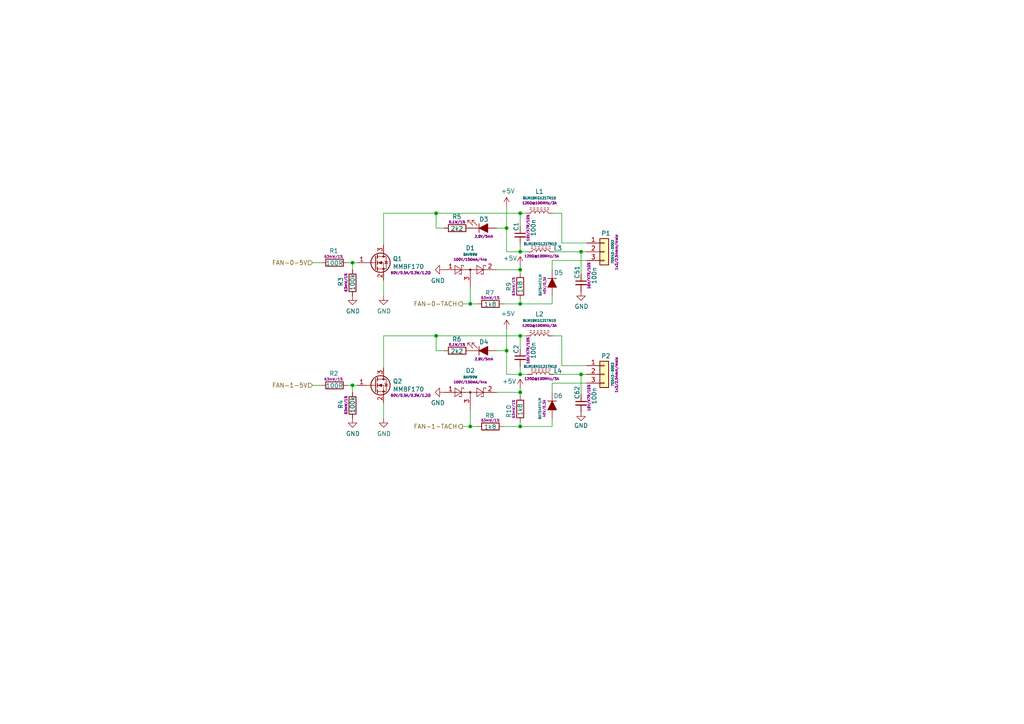
<source format=kicad_sch>
(kicad_sch (version 20211123) (generator eeschema)
  (paper "A4")
  (title_block (title "Buddy") (date "2019-10-24") (rev "v1.0.0") (company "PRUSA Research s.r.o.") (comment 1 "http://creativecommons.org/licenses/by-sa/4.0/") (comment 2 "Licensed under the Attribution-ShareAlike 4.0 International (CC BY-SA 4.0)"))
  (lib_symbols
    (symbol "BUDDY_v1.0.0-rescue:D_ALT-Device" (pin_numbers hide) (pin_names (offset 1.016) hide)
      (property "Reference" "D" (at 0 2.54 0))
      (property "Value" "D_ALT-Device" (at 0 -2.54 0))
      (symbol "D_ALT-Device_0_1"
        (polyline (pts (xy -1.27 1.27) (xy -1.27 -1.27)) (stroke (width 0.2032)))
        (polyline (pts (xy 1.27 0) (xy -1.27 0)))
        (polyline (pts (xy 1.27 1.27) (xy 1.27 -1.27) (xy -1.27 0) (xy 1.27 1.27)) (stroke (width 0.2032)) (fill (type outline)))
      )
      (symbol "D_ALT-Device_1_1"
        (pin passive line (at -3.81 0 0) (length 2.54) (name "K") (number "1"))
        (pin passive line (at 3.81 0 180) (length 2.54) (name "A") (number "2"))
      )
    )
    (symbol "BUDDY_v1.0.0-rescue:LED_ALT-Device" (pin_numbers hide) (pin_names (offset 1.016) hide)
      (property "Reference" "D" (at 0 2.54 0))
      (property "Value" "LED_ALT-Device" (at 0 -2.54 0))
      (symbol "LED_ALT-Device_0_1"
        (polyline (pts (xy -1.27 -1.27) (xy -1.27 1.27)) (stroke (width 0.2032)))
        (polyline (pts (xy -1.27 0) (xy 1.27 0)))
        (polyline (pts (xy 1.27 -1.27) (xy 1.27 1.27) (xy -1.27 0) (xy 1.27 -1.27)) (stroke (width 0.2032)) (fill (type outline)))
        (polyline (pts (xy -3.048 -0.762) (xy -4.572 -2.286) (xy -3.81 -2.286) (xy -4.572 -2.286) (xy -4.572 -1.524)))
        (polyline (pts (xy -1.778 -0.762) (xy -3.302 -2.286) (xy -2.54 -2.286) (xy -3.302 -2.286) (xy -3.302 -1.524)))
      )
      (symbol "LED_ALT-Device_1_1"
        (pin passive line (at -3.81 0 0) (length 2.54) (name "K") (number "1"))
        (pin passive line (at 3.81 0 180) (length 2.54) (name "A") (number "2"))
      )
    )
    (symbol "BUDDY_v1.0.0-rescue:L_Core_Ferrite-Device" (pin_numbers hide) (pin_names (offset 1.016) hide)
      (property "Reference" "L" (at -1.27 0 90))
      (property "Value" "L_Core_Ferrite-Device" (at 2.794 0 90))
      (symbol "L_Core_Ferrite-Device_0_1"
        (arc (start 0 -2.54) (mid 0.635 -1.905) (end 0 -1.27))
        (arc (start 0 -1.27) (mid 0.635 -0.635) (end 0 0))
        (polyline (pts (xy 1.016 -2.794) (xy 1.016 -2.286)))
        (polyline (pts (xy 1.016 -1.778) (xy 1.016 -1.27)))
        (polyline (pts (xy 1.016 -0.762) (xy 1.016 -0.254)))
        (polyline (pts (xy 1.016 0.254) (xy 1.016 0.762)))
        (polyline (pts (xy 1.016 1.27) (xy 1.016 1.778)))
        (polyline (pts (xy 1.016 2.286) (xy 1.016 2.794)))
        (polyline (pts (xy 1.524 -2.286) (xy 1.524 -2.794)))
        (polyline (pts (xy 1.524 -1.27) (xy 1.524 -1.778)))
        (polyline (pts (xy 1.524 -0.254) (xy 1.524 -0.762)))
        (polyline (pts (xy 1.524 0.762) (xy 1.524 0.254)))
        (polyline (pts (xy 1.524 1.778) (xy 1.524 1.27)))
        (polyline (pts (xy 1.524 2.794) (xy 1.524 2.286)))
        (arc (start 0 0) (mid 0.635 0.635) (end 0 1.27))
        (arc (start 0 1.27) (mid 0.635 1.905) (end 0 2.54))
      )
      (symbol "L_Core_Ferrite-Device_1_1"
        (pin passive line (at 0 3.81 270) (length 1.27) (name "1") (number "1"))
        (pin passive line (at 0 -3.81 90) (length 1.27) (name "2") (number "2"))
      )
    )
    (symbol "Connector_Generic:Conn_01x03" (pin_names (offset 1.016) hide)
      (property "Reference" "J" (at 0 5.08 0))
      (property "Value" "Conn_01x03" (at 0 -5.08 0))
      (symbol "Conn_01x03_1_1"
        (rectangle (start -1.27 -2.413) (end 0 -2.667) (stroke (width 0.1524)))
        (rectangle (start -1.27 0.127) (end 0 -0.127) (stroke (width 0.1524)))
        (rectangle (start -1.27 2.667) (end 0 2.413) (stroke (width 0.1524)))
        (rectangle (start -1.27 3.81) (end 1.27 -3.81) (stroke (width 0.254)) (fill (type background)))
        (pin passive line (at -5.08 2.54 0) (length 3.81) (name "Pin_1") (number "1"))
        (pin passive line (at -5.08 0 0) (length 3.81) (name "Pin_2") (number "2"))
        (pin passive line (at -5.08 -2.54 0) (length 3.81) (name "Pin_3") (number "3"))
      )
    )
    (symbol "Device:C_Small" (pin_numbers hide) (pin_names (offset 0.254) hide)
      (property "Reference" "C" (at 0.254 1.778 0))
      (property "Value" "C_Small" (at 0.254 -2.032 0))
      (symbol "C_Small_0_1"
        (polyline (pts (xy -1.524 -0.508) (xy 1.524 -0.508)) (stroke (width 0.3302)))
        (polyline (pts (xy -1.524 0.508) (xy 1.524 0.508)) (stroke (width 0.3048)))
      )
      (symbol "C_Small_1_1"
        (pin passive line (at 0 2.54 270) (length 2.032) (name "~") (number "1"))
        (pin passive line (at 0 -2.54 90) (length 2.032) (name "~") (number "2"))
      )
    )
    (symbol "Device:R" (pin_numbers hide) (pin_names (offset 0))
      (property "Reference" "R" (at 2.032 0 90))
      (property "Value" "R" (at 0 0 90))
      (symbol "R_0_1"
        (rectangle (start -1.016 -2.54) (end 1.016 2.54) (stroke (width 0.254)))
      )
      (symbol "R_1_1"
        (pin passive line (at 0 3.81 270) (length 1.27) (name "~") (number "1"))
        (pin passive line (at 0 -3.81 90) (length 1.27) (name "~") (number "2"))
      )
    )
    (symbol "Diode:BAS40-04" (pin_names (offset 1.016))
      (property "Reference" "D" (at 0.635 -1.27 0))
      (property "Value" "BAS40-04" (at -6.35 5.715 0))
      (symbol "BAS40-04_0_1"
        (polyline (pts (xy -3.81 2.54) (xy -1.27 2.54)))
        (polyline (pts (xy -3.175 1.27) (xy -3.175 1.524)))
        (polyline (pts (xy -2.54 1.27) (xy -3.175 1.27)))
        (polyline (pts (xy -2.54 1.27) (xy -2.54 3.81)))
        (polyline (pts (xy -2.54 3.81) (xy -1.905 3.81)))
        (polyline (pts (xy -1.905 2.54) (xy 1.905 2.54)))
        (polyline (pts (xy -1.905 3.81) (xy -1.905 3.556)))
        (polyline (pts (xy 1.27 2.54) (xy 3.81 2.54)))
        (polyline (pts (xy 3.175 1.27) (xy 3.175 1.524)))
        (polyline (pts (xy 3.81 1.27) (xy 3.175 1.27)))
        (polyline (pts (xy 3.81 1.27) (xy 3.81 3.81)))
        (polyline (pts (xy 3.81 3.81) (xy 4.445 3.81)))
        (polyline (pts (xy 4.445 3.81) (xy 4.445 3.556)))
        (polyline (pts (xy -4.445 3.81) (xy -4.445 1.27) (xy -2.54 2.54) (xy -4.445 3.81)))
        (polyline (pts (xy 1.905 3.81) (xy 1.905 1.27) (xy 3.81 2.54) (xy 1.905 3.81)))
        (circle (center 0 2.54) (radius 0.254) (fill (type outline)))
      )
      (symbol "BAS40-04_1_1"
        (pin passive line (at -7.62 2.54 0) (length 3.81) (name "~") (number "1"))
        (pin passive line (at 7.62 2.54 180) (length 3.81) (name "~") (number "2"))
        (pin passive line (at 0 -2.54 90) (length 5.08) (name "~") (number "3"))
      )
    )
    (symbol "Transistor_FET:MMBF170" (pin_names hide)
      (property "Reference" "Q" (at 5.08 1.905 0))
      (property "Value" "MMBF170" (at 5.08 0 0))
      (symbol "MMBF170_0_1"
        (polyline (pts (xy 0.254 0) (xy -2.54 0)))
        (polyline (pts (xy 0.254 1.905) (xy 0.254 -1.905)) (stroke (width 0.254)))
        (polyline (pts (xy 0.762 -1.27) (xy 0.762 -2.286)) (stroke (width 0.254)))
        (polyline (pts (xy 0.762 0.508) (xy 0.762 -0.508)) (stroke (width 0.254)))
        (polyline (pts (xy 0.762 2.286) (xy 0.762 1.27)) (stroke (width 0.254)))
        (polyline (pts (xy 2.54 2.54) (xy 2.54 1.778)))
        (polyline (pts (xy 2.54 -2.54) (xy 2.54 0) (xy 0.762 0)))
        (polyline (pts (xy 0.762 -1.778) (xy 3.302 -1.778) (xy 3.302 1.778) (xy 0.762 1.778)))
        (polyline (pts (xy 1.016 0) (xy 2.032 0.381) (xy 2.032 -0.381) (xy 1.016 0)) (fill (type outline)))
        (polyline (pts (xy 2.794 0.508) (xy 2.921 0.381) (xy 3.683 0.381) (xy 3.81 0.254)))
        (polyline (pts (xy 3.302 0.381) (xy 2.921 -0.254) (xy 3.683 -0.254) (xy 3.302 0.381)))
        (circle (center 1.651 0) (radius 2.794) (stroke (width 0.254)))
        (circle (center 2.54 -1.778) (radius 0.254) (fill (type outline)))
        (circle (center 2.54 1.778) (radius 0.254) (fill (type outline)))
      )
      (symbol "MMBF170_1_1"
        (pin input line (at -5.08 0 0) (length 2.54) (name "G") (number "1"))
        (pin passive line (at 2.54 -5.08 90) (length 2.54) (name "S") (number "2"))
        (pin passive line (at 2.54 5.08 270) (length 2.54) (name "D") (number "3"))
      )
    )
    (symbol "power:+5V" (power) (pin_names (offset 0))
      (property "Value" "+5V" (at 0 3.556 0))
      (symbol "+5V_0_1"
        (polyline (pts (xy -0.762 1.27) (xy 0 2.54)))
        (polyline (pts (xy 0 0) (xy 0 2.54)))
        (polyline (pts (xy 0 2.54) (xy 0.762 1.27)))
      )
      (symbol "+5V_1_1"
        (pin power_in line (at 0 0 90) (length 0) hide (name "+5V") (number "1"))
      )
    )
    (symbol "power:GND" (power) (pin_names (offset 0))
      (property "Value" "GND" (at 0 -3.81 0))
      (symbol "GND_0_1"
        (polyline (pts (xy 0 0) (xy 0 -1.27) (xy 1.27 -1.27) (xy 0 -2.54) (xy -1.27 -1.27) (xy 0 -1.27)))
      )
      (symbol "GND_1_1"
        (pin power_in line (at 0 0 270) (length 0) hide (name "GND") (number "1"))
      )
    )
  )
  (junction (at 126.492 61.849))
  (junction (at 150.876 108.585))
  (junction (at 146.939 66.167))
  (junction (at 102.235 111.76))
  (junction (at 136.398 123.698))
  (junction (at 168.529 108.585))
  (junction (at 150.876 123.698))
  (junction (at 168.529 73.025))
  (junction (at 150.876 73.025))
  (junction (at 150.876 78.232))
  (junction (at 136.398 88.138))
  (junction (at 102.235 76.2))
  (junction (at 150.876 61.849))
  (junction (at 150.876 88.138))
  (junction (at 146.939 101.727))
  (junction (at 126.492 97.409))
  (junction (at 150.876 113.792))
  (junction (at 150.876 97.409))
  (wire (pts (xy 160.274 61.849) (xy 162.941 61.849)))
  (wire (pts (xy 150.876 113.792) (xy 144.018 113.792)))
  (wire (pts (xy 160.147 123.698) (xy 150.876 123.698)))
  (wire (pts (xy 126.492 101.727) (xy 128.778 101.727)))
  (wire (pts (xy 93.218 111.76) (xy 90.678 111.76)))
  (wire (pts (xy 150.876 106.299) (xy 150.876 108.585)))
  (wire (pts (xy 136.398 123.698) (xy 136.398 118.872)))
  (wire (pts (xy 144.018 101.727) (xy 146.939 101.727)))
  (wire (pts (xy 102.235 113.792) (xy 102.235 111.76)))
  (wire (pts (xy 168.529 114.427) (xy 168.529 108.585)))
  (wire (pts (xy 102.235 76.2) (xy 103.632 76.2)))
  (wire (pts (xy 150.876 61.849) (xy 126.492 61.849)))
  (wire (pts (xy 160.147 111.125) (xy 160.147 113.792)))
  (wire (pts (xy 136.398 123.698) (xy 134.112 123.698)))
  (wire (pts (xy 146.939 59.817) (xy 146.939 66.167)))
  (wire (pts (xy 146.05 123.698) (xy 150.876 123.698)))
  (wire (pts (xy 111.252 121.412) (xy 111.252 116.84)))
  (wire (pts (xy 150.876 73.025) (xy 146.939 73.025)))
  (wire (pts (xy 150.876 86.868) (xy 150.876 88.138)))
  (wire (pts (xy 162.941 61.849) (xy 162.941 70.485)))
  (wire (pts (xy 150.876 97.409) (xy 126.492 97.409)))
  (wire (pts (xy 136.398 88.138) (xy 134.112 88.138)))
  (wire (pts (xy 150.876 114.808) (xy 150.876 113.792)))
  (wire (pts (xy 146.939 108.585) (xy 146.939 101.727)))
  (wire (pts (xy 126.492 61.849) (xy 111.252 61.849)))
  (wire (pts (xy 146.939 73.025) (xy 146.939 66.167)))
  (wire (pts (xy 126.492 61.849) (xy 126.492 66.167)))
  (wire (pts (xy 150.876 78.232) (xy 150.876 76.962)))
  (wire (pts (xy 100.838 76.2) (xy 102.235 76.2)))
  (wire (pts (xy 153.035 73.025) (xy 150.876 73.025)))
  (wire (pts (xy 146.05 88.138) (xy 150.876 88.138)))
  (wire (pts (xy 150.876 113.792) (xy 150.876 112.522)))
  (wire (pts (xy 111.252 97.409) (xy 111.252 106.68)))
  (wire (pts (xy 160.147 75.565) (xy 160.147 78.232)))
  (wire (pts (xy 160.147 85.852) (xy 160.147 88.138)))
  (wire (pts (xy 168.529 108.585) (xy 170.18 108.585)))
  (wire (pts (xy 102.235 111.76) (xy 103.632 111.76)))
  (wire (pts (xy 150.876 97.409) (xy 152.654 97.409)))
  (wire (pts (xy 150.876 61.849) (xy 152.654 61.849)))
  (wire (pts (xy 150.876 108.585) (xy 146.939 108.585)))
  (wire (pts (xy 150.876 79.248) (xy 150.876 78.232)))
  (wire (pts (xy 138.43 123.698) (xy 136.398 123.698)))
  (wire (pts (xy 168.529 73.025) (xy 170.18 73.025)))
  (wire (pts (xy 146.939 95.377) (xy 146.939 101.727)))
  (wire (pts (xy 162.941 70.485) (xy 170.18 70.485)))
  (wire (pts (xy 126.492 66.167) (xy 128.778 66.167)))
  (wire (pts (xy 144.018 66.167) (xy 146.939 66.167)))
  (wire (pts (xy 162.941 106.045) (xy 170.18 106.045)))
  (wire (pts (xy 126.492 97.409) (xy 111.252 97.409)))
  (wire (pts (xy 126.492 97.409) (xy 126.492 101.727)))
  (wire (pts (xy 138.43 88.138) (xy 136.398 88.138)))
  (wire (pts (xy 136.398 88.138) (xy 136.398 83.312)))
  (wire (pts (xy 153.035 108.585) (xy 150.876 108.585)))
  (wire (pts (xy 162.941 97.409) (xy 162.941 106.045)))
  (wire (pts (xy 160.147 121.412) (xy 160.147 123.698)))
  (wire (pts (xy 160.147 75.565) (xy 170.18 75.565)))
  (wire (pts (xy 93.218 76.2) (xy 90.678 76.2)))
  (wire (pts (xy 160.147 88.138) (xy 150.876 88.138)))
  (wire (pts (xy 150.876 61.849) (xy 150.876 65.659)))
  (wire (pts (xy 160.274 97.409) (xy 162.941 97.409)))
  (wire (pts (xy 160.147 111.125) (xy 170.18 111.125)))
  (wire (pts (xy 160.655 108.585) (xy 168.529 108.585)))
  (wire (pts (xy 100.838 111.76) (xy 102.235 111.76)))
  (wire (pts (xy 111.252 61.849) (xy 111.252 71.12)))
  (wire (pts (xy 160.655 73.025) (xy 168.529 73.025)))
  (wire (pts (xy 150.876 70.739) (xy 150.876 73.025)))
  (wire (pts (xy 150.876 97.409) (xy 150.876 101.219)))
  (wire (pts (xy 102.235 78.232) (xy 102.235 76.2)))
  (wire (pts (xy 168.529 79.502) (xy 168.529 73.025)))
  (wire (pts (xy 150.876 78.232) (xy 144.018 78.232)))
  (wire (pts (xy 150.876 122.428) (xy 150.876 123.698)))
  (wire (pts (xy 111.252 85.852) (xy 111.252 81.28)))
  (hierarchical_label "FAN-0-5V" (shape input) (at 90.678 76.2 180))
  (hierarchical_label "FAN-1-TACH" (shape output) (at 134.112 123.698 180))
  (hierarchical_label "FAN-0-TACH" (shape output) (at 134.112 88.138 180))
  (hierarchical_label "FAN-1-5V" (shape input) (at 90.678 111.76 180))
  (symbol (lib_id "Connector_Generic:Conn_01x03") (at 175.26 73.025 0) (unit 1)
    (property "Reference" "P1" (at 174.371 67.691 0) (effects (justify left)))
    (property "Value" "70543-0002" (at 177.673 76.581 90) (effects (font (size 0.7112 0.7112)) (justify left)))
    (property "Footprint" "A3IDES_footprints:Pin_1x03-XL" (effects hide))
    (property "req" "1x3/2,54mm/male" (at 178.816 78.359 90) (effects (font (size 0.7112 0.7112)) (justify left)))
  )
  (symbol (lib_id "BUDDY_v1.0.0-rescue:L_Core_Ferrite-Device") (at 156.464 61.849 90) (unit 1)
    (property "Reference" "L1" (at 156.464 55.5498 90))
    (property "Value" "BLM18KG121TN1D" (at 156.464 57.4294 90) (effects (font (size 0.7112 0.7112))))
    (property "Footprint" "A3IDES_footprints:R_0603_1608Metric" (effects hide))
    (property "req" "120Ω@100MHz/3A" (at 156.464 58.8772 90) (effects (font (size 0.7112 0.7112))))
  )
  (symbol (lib_id "BUDDY_v1.0.0-rescue:L_Core_Ferrite-Device") (at 156.845 73.025 90) (unit 1)
    (property "Reference" "L3" (at 161.798 72.009 90))
    (property "Value" "BLM18KG121TN1D" (at 156.718 70.739 90) (effects (font (size 0.7112 0.7112))))
    (property "Footprint" "A3IDES_footprints:R_0603_1608Metric" (effects hide))
    (property "req" "120Ω@100MHz/3A" (at 157.099 74.295 90) (effects (font (size 0.7112 0.7112))))
  )
  (symbol (lib_id "BUDDY_v1.0.0-rescue:D_ALT-Device") (at 160.147 82.042 270) (unit 1)
    (property "Reference" "D5" (at 160.655 79.121 90) (effects (justify left)))
    (property "Value" "BAT54KFILM" (at 156.718 79.502 0) (effects (font (size 0.7112 0.7112)) (justify left)))
    (property "Footprint" "Diode_SMD:D_SOD-523" (effects hide))
    (property "req" "40V/0,3A" (at 157.988 80.264 0) (effects (font (size 0.7112 0.7112)) (justify left)))
  )
  (symbol (lib_id "Device:R") (at 150.876 83.058 180) (unit 1)
    (property "Reference" "R9" (at 147.574 81.788 90) (effects (justify left)))
    (property "Value" "1k8" (at 150.876 81.407 90) (effects (justify left)))
    (property "Footprint" "A3IDES_footprints:R_0402_1005Metric" (effects hide))
    (property "req" "63mW/1%" (at 148.971 83.058 90) (effects (font (size 0.7112 0.7112))))
  )
  (symbol (lib_id "Device:R") (at 142.24 88.138 90) (unit 1)
    (property "Reference" "R7" (at 143.383 84.963 90) (effects (justify left)))
    (property "Value" "1k8" (at 144.018 88.265 90) (effects (justify left)))
    (property "Footprint" "A3IDES_footprints:R_0402_1005Metric" (effects hide))
    (property "req" "63mW/1%" (at 142.24 86.36 90) (effects (font (size 0.7112 0.7112))))
  )
  (symbol (lib_id "Diode:BAS40-04") (at 136.398 80.772 0) (unit 1)
    (property "Reference" "D1" (at 136.398 71.9328 0))
    (property "Value" "BAV99W" (at 136.398 73.8124 0) (effects (font (size 0.7112 0.7112))))
    (property "Footprint" "Package_TO_SOT_SMD:SOT-323_SC-70" (effects hide))
    (property "req" "100V/150mA/4ns" (at 136.398 75.2602 0) (effects (font (size 0.7112 0.7112))))
  )
  (symbol (lib_id "power:GND") (at 128.778 78.232 270) (unit 1)
    (property "Reference" "#PWR05" (effects hide))
    (property "Value" "GND" (at 127 81.407 90))
  )
  (symbol (lib_id "Device:R") (at 132.588 66.167 90) (unit 1)
    (property "Reference" "R5" (at 133.858 62.865 90) (effects (justify left)))
    (property "Value" "2k2" (at 134.366 66.294 90) (effects (justify left)))
    (property "Footprint" "A3IDES_footprints:R_0603_1608Metric" (effects hide))
    (property "req" "0,1W/1%" (at 132.588 64.389 90) (effects (font (size 0.7112 0.7112))))
  )
  (symbol (lib_id "BUDDY_v1.0.0-rescue:LED_ALT-Device") (at 140.208 66.167 0) (mirror x) (unit 1)
    (property "Reference" "D3" (at 140.335 63.627 0))
    (property "Value" "GRN" (effects hide))
    (property "Footprint" "A3IDES_footprints:LED_0603" (effects hide))
    (property "req" "2,8V/5mA" (at 140.335 68.58 0) (effects (font (size 0.7112 0.7112))))
  )
  (symbol (lib_id "power:GND") (at 111.252 85.852 0) (unit 1)
    (property "Reference" "#PWR03" (effects hide))
    (property "Value" "GND" (at 111.379 90.2462 0))
  )
  (symbol (lib_id "Device:R") (at 97.028 76.2 90) (unit 1)
    (property "Reference" "R1" (at 98.171 72.771 90) (effects (justify left)))
    (property "Value" "100R" (at 99.568 76.327 90) (effects (justify left)))
    (property "Footprint" "A3IDES_footprints:R_0402_1005Metric" (effects hide))
    (property "req" "63mW/1%" (at 96.774 74.422 90) (effects (font (size 0.7112 0.7112))))
  )
  (symbol (lib_id "Device:R") (at 102.235 82.042 0) (unit 1)
    (property "Reference" "R3" (at 98.806 83.058 90) (effects (justify left)))
    (property "Value" "100k" (at 102.235 84.328 90) (effects (justify left)))
    (property "Footprint" "A3IDES_footprints:R_0402_1005Metric" (effects hide))
    (property "req" "63mW/1%" (at 100.33 81.915 90) (effects (font (size 0.7112 0.7112))))
  )
  (symbol (lib_id "power:GND") (at 102.235 85.852 0) (unit 1)
    (property "Reference" "#PWR01" (effects hide))
    (property "Value" "GND" (at 102.362 90.2462 0))
  )
  (symbol (lib_id "Connector_Generic:Conn_01x03") (at 175.26 108.585 0) (unit 1)
    (property "Reference" "P2" (at 174.371 103.251 0) (effects (justify left)))
    (property "Value" "70543-0002" (at 177.673 112.141 90) (effects (font (size 0.7112 0.7112)) (justify left)))
    (property "Footprint" "A3IDES_footprints:Pin_1x03-XL" (effects hide))
    (property "req" "1x3/2,54mm/male" (at 178.816 113.919 90) (effects (font (size 0.7112 0.7112)) (justify left)))
  )
  (symbol (lib_id "BUDDY_v1.0.0-rescue:L_Core_Ferrite-Device") (at 156.464 97.409 90) (unit 1)
    (property "Reference" "L2" (at 156.464 91.1098 90))
    (property "Value" "BLM18KG121TN1D" (at 156.464 92.9894 90) (effects (font (size 0.7112 0.7112))))
    (property "Footprint" "A3IDES_footprints:R_0603_1608Metric" (effects hide))
    (property "req" "120Ω@100MHz/3A" (at 156.464 94.4372 90) (effects (font (size 0.7112 0.7112))))
  )
  (symbol (lib_id "BUDDY_v1.0.0-rescue:L_Core_Ferrite-Device") (at 156.845 108.585 90) (unit 1)
    (property "Reference" "L4" (at 161.798 107.569 90))
    (property "Value" "BLM18KG121TN1D" (at 156.718 106.299 90) (effects (font (size 0.7112 0.7112))))
    (property "Footprint" "A3IDES_footprints:R_0603_1608Metric" (effects hide))
    (property "req" "120Ω@100MHz/3A" (at 157.099 109.855 90) (effects (font (size 0.7112 0.7112))))
  )
  (symbol (lib_id "BUDDY_v1.0.0-rescue:D_ALT-Device") (at 160.147 117.602 270) (unit 1)
    (property "Reference" "D6" (at 160.528 114.808 90) (effects (justify left)))
    (property "Value" "BAT54KFILM" (at 156.591 115.316 0) (effects (font (size 0.7112 0.7112)) (justify left)))
    (property "Footprint" "Diode_SMD:D_SOD-523" (effects hide))
    (property "req" "40V/0,3A" (at 157.861 115.951 0) (effects (font (size 0.7112 0.7112)) (justify left)))
  )
  (symbol (lib_id "Device:R") (at 150.876 118.618 180) (unit 1)
    (property "Reference" "R10" (at 147.574 117.348 90) (effects (justify left)))
    (property "Value" "1k8" (at 150.876 116.967 90) (effects (justify left)))
    (property "Footprint" "A3IDES_footprints:R_0402_1005Metric" (effects hide))
    (property "req" "63mW/1%" (at 148.971 118.618 90) (effects (font (size 0.7112 0.7112))))
  )
  (symbol (lib_id "Device:R") (at 142.24 123.698 90) (unit 1)
    (property "Reference" "R8" (at 143.383 120.523 90) (effects (justify left)))
    (property "Value" "1k8" (at 144.018 123.825 90) (effects (justify left)))
    (property "Footprint" "A3IDES_footprints:R_0402_1005Metric" (effects hide))
    (property "req" "63mW/1%" (at 142.24 121.92 90) (effects (font (size 0.7112 0.7112))))
  )
  (symbol (lib_id "Diode:BAS40-04") (at 136.398 116.332 0) (unit 1)
    (property "Reference" "D2" (at 136.398 107.4928 0))
    (property "Value" "BAV99W" (at 136.398 109.3724 0) (effects (font (size 0.7112 0.7112))))
    (property "Footprint" "Package_TO_SOT_SMD:SOT-323_SC-70" (effects hide))
    (property "req" "100V/150mA/4ns" (at 136.398 110.8202 0) (effects (font (size 0.7112 0.7112))))
  )
  (symbol (lib_id "power:GND") (at 128.778 113.792 270) (unit 1)
    (property "Reference" "#PWR06" (effects hide))
    (property "Value" "GND" (at 127 116.84 90))
  )
  (symbol (lib_id "Device:R") (at 132.588 101.727 90) (unit 1)
    (property "Reference" "R6" (at 133.858 98.425 90) (effects (justify left)))
    (property "Value" "2k2" (at 134.366 101.854 90) (effects (justify left)))
    (property "Footprint" "A3IDES_footprints:R_0603_1608Metric" (effects hide))
    (property "req" "0,1W/1%" (at 132.588 99.949 90) (effects (font (size 0.7112 0.7112))))
  )
  (symbol (lib_id "BUDDY_v1.0.0-rescue:LED_ALT-Device") (at 140.208 101.727 0) (mirror x) (unit 1)
    (property "Reference" "D4" (at 140.335 99.187 0))
    (property "Value" "GRN" (effects hide))
    (property "Footprint" "A3IDES_footprints:LED_0603" (effects hide))
    (property "req" "2,8V/5mA" (at 140.335 104.14 0) (effects (font (size 0.7112 0.7112))))
  )
  (symbol (lib_id "power:GND") (at 111.252 121.412 0) (unit 1)
    (property "Reference" "#PWR04" (effects hide))
    (property "Value" "GND" (at 111.379 125.8062 0))
  )
  (symbol (lib_id "Device:R") (at 97.028 111.76 90) (unit 1)
    (property "Reference" "R2" (at 98.171 108.331 90) (effects (justify left)))
    (property "Value" "100R" (at 99.568 111.887 90) (effects (justify left)))
    (property "Footprint" "A3IDES_footprints:R_0402_1005Metric" (effects hide))
    (property "req" "63mW/1%" (at 96.774 109.982 90) (effects (font (size 0.7112 0.7112))))
  )
  (symbol (lib_id "Device:R") (at 102.235 117.602 0) (unit 1)
    (property "Reference" "R4" (at 98.806 118.618 90) (effects (justify left)))
    (property "Value" "100k" (at 102.235 119.888 90) (effects (justify left)))
    (property "Footprint" "A3IDES_footprints:R_0402_1005Metric" (effects hide))
    (property "req" "63mW/1%" (at 100.33 117.475 90) (effects (font (size 0.7112 0.7112))))
  )
  (symbol (lib_id "power:GND") (at 102.235 121.412 0) (unit 1)
    (property "Reference" "#PWR02" (effects hide))
    (property "Value" "GND" (at 102.362 125.8062 0))
  )
  (symbol (lib_id "power:+5V") (at 146.939 59.817 0) (unit 1)
    (property "Reference" "#PWR07" (effects hide))
    (property "Value" "+5V" (at 147.32 55.4228 0))
  )
  (symbol (lib_id "power:+5V") (at 146.939 95.377 0) (unit 1)
    (property "Reference" "#PWR08" (effects hide))
    (property "Value" "+5V" (at 147.32 90.9828 0))
  )
  (symbol (lib_id "power:+5V") (at 150.876 112.522 0) (unit 1)
    (property "Reference" "#PWR0145" (effects hide))
    (property "Value" "+5V" (at 147.701 110.617 0))
  )
  (symbol (lib_id "power:+5V") (at 150.876 76.962 0) (unit 1)
    (property "Reference" "#PWR0146" (effects hide))
    (property "Value" "+5V" (at 147.955 74.93 0))
  )
  (symbol (lib_id "Device:C_Small") (at 150.876 68.199 0) (unit 1)
    (property "Reference" "C1" (at 149.733 67.056 90) (effects (justify left)))
    (property "Value" "100n" (at 154.686 68.58 90) (effects (justify left)))
    (property "Footprint" "A3IDES_footprints:C_0402_1005Metric" (effects hide))
    (property "req" "16V/X7R/10%" (at 153.162 69.977 90) (effects (font (size 0.7112 0.7112)) (justify left)))
  )
  (symbol (lib_id "Device:C_Small") (at 150.876 103.759 0) (unit 1)
    (property "Reference" "C2" (at 149.733 102.616 90) (effects (justify left)))
    (property "Value" "100n" (at 154.686 104.14 90) (effects (justify left)))
    (property "Footprint" "A3IDES_footprints:C_0402_1005Metric" (effects hide))
    (property "req" "16V/X7R/10%" (at 153.162 105.537 90) (effects (font (size 0.7112 0.7112)) (justify left)))
  )
  (symbol (lib_id "Device:C_Small") (at 168.529 82.042 0) (unit 1)
    (property "Reference" "C51" (at 167.386 80.899 90) (effects (justify left)))
    (property "Value" "100n" (at 172.339 82.423 90) (effects (justify left)))
    (property "Footprint" "A3IDES_footprints:C_0402_1005Metric" (effects hide))
    (property "req" "16V/X7R/10%" (at 170.815 83.82 90) (effects (font (size 0.7112 0.7112)) (justify left)))
  )
  (symbol (lib_id "Device:C_Small") (at 168.529 116.967 0) (unit 1)
    (property "Reference" "C62" (at 167.386 115.824 90) (effects (justify left)))
    (property "Value" "100n" (at 172.339 117.348 90) (effects (justify left)))
    (property "Footprint" "A3IDES_footprints:C_0402_1005Metric" (effects hide))
    (property "req" "16V/X7R/10%" (at 170.815 119.253 90) (effects (font (size 0.7112 0.7112)) (justify left)))
  )
  (symbol (lib_id "power:GND") (at 168.529 119.507 0) (unit 1)
    (property "Reference" "#PWR033" (effects hide))
    (property "Value" "GND" (at 168.529 123.444 0))
  )
  (symbol (lib_id "power:GND") (at 168.529 84.582 0) (unit 1)
    (property "Reference" "#PWR025" (effects hide))
    (property "Value" "GND" (at 168.656 88.9 0))
  )
  (symbol (lib_id "Transistor_FET:MMBF170") (at 108.712 76.2 0) (unit 1)
    (property "Reference" "Q1" (at 113.919 75.0316 0) (effects (justify left)))
    (property "Value" "MMBF170" (at 113.919 77.343 0) (effects (justify left)))
    (property "Footprint" "A3IDES_footprints:SOT-23" (effects hide))
    (property "req" "60V/0,5A/0,3W/1,2Ω" (at 119.126 79.121 0) (effects (font (size 0.7112 0.7112))))
  )
  (symbol (lib_id "Transistor_FET:MMBF170") (at 108.712 111.76 0) (unit 1)
    (property "Reference" "Q2" (at 113.919 110.5916 0) (effects (justify left)))
    (property "Value" "MMBF170" (at 113.919 112.903 0) (effects (justify left)))
    (property "Footprint" "A3IDES_footprints:SOT-23" (effects hide))
    (property "req" "60V/0,5A/0,3W/1,2Ω" (at 119.126 114.681 0) (effects (font (size 0.7112 0.7112))))
  )
)
</source>
